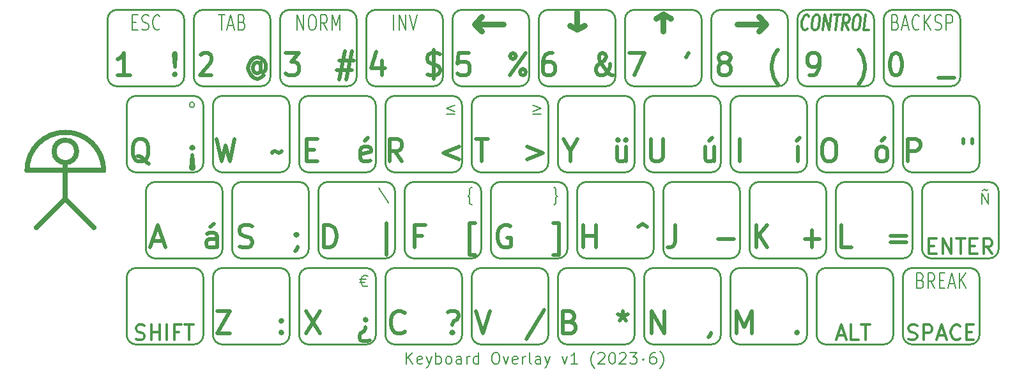
<source format=gto>
G04 #@! TF.GenerationSoftware,KiCad,Pcbnew,(5.1.2-1)-1*
G04 #@! TF.CreationDate,2023-07-30T19:34:21+02:00*
G04 #@! TF.ProjectId,overlay5x8,6f766572-6c61-4793-9578-382e6b696361,rev?*
G04 #@! TF.SameCoordinates,Original*
G04 #@! TF.FileFunction,Legend,Top*
G04 #@! TF.FilePolarity,Positive*
%FSLAX46Y46*%
G04 Gerber Fmt 4.6, Leading zero omitted, Abs format (unit mm)*
G04 Created by KiCad (PCBNEW (5.1.2-1)-1) date 2023-07-30 19:34:21*
%MOMM*%
%LPD*%
G04 APERTURE LIST*
%ADD10C,0.500000*%
%ADD11C,0.250000*%
%ADD12C,0.200000*%
%ADD13C,0.350000*%
%ADD14C,0.750000*%
%ADD15C,0.700000*%
%ADD16C,3.302000*%
G04 APERTURE END LIST*
D10*
X120856857Y-128357142D02*
X120856857Y-125357142D01*
X122571142Y-128357142D01*
X122571142Y-125357142D01*
X128714000Y-128214285D02*
X128714000Y-128357142D01*
X128571142Y-128642857D01*
X128428285Y-128785714D01*
D11*
X121158000Y-129794000D02*
G75*
G02X119888000Y-128524000I0J1270000D01*
G01*
X128778000Y-119634000D02*
G75*
G02X130048000Y-120904000I0J-1270000D01*
G01*
X130048000Y-128524000D02*
X130048000Y-120904000D01*
X130048000Y-128524000D02*
G75*
G02X128778000Y-129794000I-1270000J0D01*
G01*
X121158000Y-119634000D02*
X128778000Y-119634000D01*
X119888000Y-120904000D02*
G75*
G02X121158000Y-119634000I1270000J0D01*
G01*
X119888000Y-128524000D02*
X119888000Y-120904000D01*
X121158000Y-129794000D02*
X128778000Y-129794000D01*
D10*
X110069714Y-126785714D02*
X110498285Y-126928571D01*
X110641142Y-127071428D01*
X110784000Y-127357142D01*
X110784000Y-127785714D01*
X110641142Y-128071428D01*
X110498285Y-128214285D01*
X110212571Y-128357142D01*
X109069714Y-128357142D01*
X109069714Y-125357142D01*
X110069714Y-125357142D01*
X110355428Y-125500000D01*
X110498285Y-125642857D01*
X110641142Y-125928571D01*
X110641142Y-126214285D01*
X110498285Y-126500000D01*
X110355428Y-126642857D01*
X110069714Y-126785714D01*
X109069714Y-126785714D01*
X117069714Y-125357142D02*
X117069714Y-126071428D01*
X116355428Y-125785714D02*
X117069714Y-126071428D01*
X117784000Y-125785714D01*
X116641142Y-126642857D02*
X117069714Y-126071428D01*
X117498285Y-126642857D01*
D11*
X109728000Y-129794000D02*
G75*
G02X108458000Y-128524000I0J1270000D01*
G01*
X117348000Y-119634000D02*
G75*
G02X118618000Y-120904000I0J-1270000D01*
G01*
X118618000Y-128524000D02*
X118618000Y-120904000D01*
X118618000Y-128524000D02*
G75*
G02X117348000Y-129794000I-1270000J0D01*
G01*
X109728000Y-119634000D02*
X117348000Y-119634000D01*
X108458000Y-120904000D02*
G75*
G02X109728000Y-119634000I1270000J0D01*
G01*
X108458000Y-128524000D02*
X108458000Y-120904000D01*
X109728000Y-129794000D02*
X117348000Y-129794000D01*
D10*
X97574666Y-125357142D02*
X98508000Y-128357142D01*
X99441333Y-125357142D01*
X106641333Y-125214285D02*
X104241333Y-129071428D01*
D11*
X98298000Y-129794000D02*
G75*
G02X97028000Y-128524000I0J1270000D01*
G01*
X105918000Y-119634000D02*
G75*
G02X107188000Y-120904000I0J-1270000D01*
G01*
X107188000Y-128524000D02*
X107188000Y-120904000D01*
X107188000Y-128524000D02*
G75*
G02X105918000Y-129794000I-1270000J0D01*
G01*
X98298000Y-119634000D02*
X105918000Y-119634000D01*
X97028000Y-120904000D02*
G75*
G02X98298000Y-119634000I1270000J0D01*
G01*
X97028000Y-128524000D02*
X97028000Y-120904000D01*
X98298000Y-129794000D02*
X105918000Y-129794000D01*
D10*
X102148000Y-114070000D02*
X101862285Y-113927142D01*
X101433714Y-113927142D01*
X101005142Y-114070000D01*
X100719428Y-114355714D01*
X100576571Y-114641428D01*
X100433714Y-115212857D01*
X100433714Y-115641428D01*
X100576571Y-116212857D01*
X100719428Y-116498571D01*
X101005142Y-116784285D01*
X101433714Y-116927142D01*
X101719428Y-116927142D01*
X102148000Y-116784285D01*
X102290857Y-116641428D01*
X102290857Y-115641428D01*
X101719428Y-115641428D01*
X107862285Y-117927142D02*
X108576571Y-117927142D01*
X108576571Y-113641428D01*
X107862285Y-113641428D01*
D12*
X107918285Y-111232000D02*
X107989714Y-111232000D01*
X108132571Y-111160571D01*
X108204000Y-111017714D01*
X108204000Y-110303428D01*
X108275428Y-110160571D01*
X108418285Y-110089142D01*
X108275428Y-110017714D01*
X108204000Y-109874857D01*
X108204000Y-109160571D01*
X108132571Y-109017714D01*
X107989714Y-108946285D01*
X107918285Y-108946285D01*
D11*
X100838000Y-118364000D02*
G75*
G02X99568000Y-117094000I0J1270000D01*
G01*
X108458000Y-108204000D02*
G75*
G02X109728000Y-109474000I0J-1270000D01*
G01*
X109728000Y-117094000D02*
X109728000Y-109474000D01*
X109728000Y-117094000D02*
G75*
G02X108458000Y-118364000I-1270000J0D01*
G01*
X100838000Y-108204000D02*
X108458000Y-108204000D01*
X99568000Y-109474000D02*
G75*
G02X100838000Y-108204000I1270000J0D01*
G01*
X99568000Y-117094000D02*
X99568000Y-109474000D01*
X100838000Y-118364000D02*
X108458000Y-118364000D01*
D10*
X111824000Y-116927142D02*
X111824000Y-113927142D01*
X111824000Y-115355714D02*
X113538285Y-115355714D01*
X113538285Y-116927142D02*
X113538285Y-113927142D01*
X119109714Y-114212857D02*
X119681142Y-113784285D01*
X120252571Y-114212857D01*
D11*
X112268000Y-118364000D02*
G75*
G02X110998000Y-117094000I0J1270000D01*
G01*
X119888000Y-108204000D02*
G75*
G02X121158000Y-109474000I0J-1270000D01*
G01*
X121158000Y-117094000D02*
X121158000Y-109474000D01*
X121158000Y-117094000D02*
G75*
G02X119888000Y-118364000I-1270000J0D01*
G01*
X112268000Y-108204000D02*
X119888000Y-108204000D01*
X110998000Y-109474000D02*
G75*
G02X112268000Y-108204000I1270000J0D01*
G01*
X110998000Y-117094000D02*
X110998000Y-109474000D01*
X112268000Y-118364000D02*
X119888000Y-118364000D01*
D10*
X124041333Y-113927142D02*
X124041333Y-116070000D01*
X123908000Y-116498571D01*
X123641333Y-116784285D01*
X123241333Y-116927142D01*
X122974666Y-116927142D01*
X129641333Y-115784285D02*
X131774666Y-115784285D01*
D11*
X123698000Y-118364000D02*
G75*
G02X122428000Y-117094000I0J1270000D01*
G01*
X131318000Y-108204000D02*
G75*
G02X132588000Y-109474000I0J-1270000D01*
G01*
X132588000Y-117094000D02*
X132588000Y-109474000D01*
X132588000Y-117094000D02*
G75*
G02X131318000Y-118364000I-1270000J0D01*
G01*
X123698000Y-108204000D02*
X131318000Y-108204000D01*
X122428000Y-109474000D02*
G75*
G02X123698000Y-108204000I1270000J0D01*
G01*
X122428000Y-117094000D02*
X122428000Y-109474000D01*
X123698000Y-118364000D02*
X131318000Y-118364000D01*
D10*
X134765142Y-116927142D02*
X134765142Y-113927142D01*
X136216571Y-116927142D02*
X135128000Y-115212857D01*
X136216571Y-113927142D02*
X134765142Y-115641428D01*
X141175619Y-115784285D02*
X143110857Y-115784285D01*
X142143238Y-116927142D02*
X142143238Y-114641428D01*
D11*
X135128000Y-118364000D02*
G75*
G02X133858000Y-117094000I0J1270000D01*
G01*
X142748000Y-108204000D02*
G75*
G02X144018000Y-109474000I0J-1270000D01*
G01*
X144018000Y-117094000D02*
X144018000Y-109474000D01*
X144018000Y-117094000D02*
G75*
G02X142748000Y-118364000I-1270000J0D01*
G01*
X135128000Y-108204000D02*
X142748000Y-108204000D01*
X133858000Y-109474000D02*
G75*
G02X135128000Y-108204000I1270000J0D01*
G01*
X133858000Y-117094000D02*
X133858000Y-109474000D01*
X135128000Y-118364000D02*
X142748000Y-118364000D01*
D10*
X147368000Y-116927142D02*
X146034666Y-116927142D01*
X146034666Y-113927142D01*
X152568000Y-115355714D02*
X154701333Y-115355714D01*
X154701333Y-116212857D02*
X152568000Y-116212857D01*
D11*
X146558000Y-118364000D02*
G75*
G02X145288000Y-117094000I0J1270000D01*
G01*
X154178000Y-108204000D02*
G75*
G02X155448000Y-109474000I0J-1270000D01*
G01*
X155448000Y-117094000D02*
X155448000Y-109474000D01*
X155448000Y-117094000D02*
G75*
G02X154178000Y-118364000I-1270000J0D01*
G01*
X146558000Y-108204000D02*
X154178000Y-108204000D01*
X145288000Y-109474000D02*
G75*
G02X146558000Y-108204000I1270000J0D01*
G01*
X145288000Y-117094000D02*
X145288000Y-109474000D01*
X146558000Y-118364000D02*
X154178000Y-118364000D01*
D13*
X157655142Y-116697142D02*
X158321809Y-116697142D01*
X158607523Y-117744761D02*
X157655142Y-117744761D01*
X157655142Y-115744761D01*
X158607523Y-115744761D01*
X159464666Y-117744761D02*
X159464666Y-115744761D01*
X160607523Y-117744761D01*
X160607523Y-115744761D01*
X161274190Y-115744761D02*
X162417047Y-115744761D01*
X161845619Y-117744761D02*
X161845619Y-115744761D01*
X163083714Y-116697142D02*
X163750380Y-116697142D01*
X164036095Y-117744761D02*
X163083714Y-117744761D01*
X163083714Y-115744761D01*
X164036095Y-115744761D01*
X166036095Y-117744761D02*
X165369428Y-116792380D01*
X164893238Y-117744761D02*
X164893238Y-115744761D01*
X165655142Y-115744761D01*
X165845619Y-115840000D01*
X165940857Y-115935238D01*
X166036095Y-116125714D01*
X166036095Y-116411428D01*
X165940857Y-116601904D01*
X165845619Y-116697142D01*
X165655142Y-116792380D01*
X164893238Y-116792380D01*
D12*
X164671428Y-111168571D02*
X164671428Y-109668571D01*
X165528571Y-111168571D01*
X165528571Y-109668571D01*
X164742857Y-109311428D02*
X164814285Y-109240000D01*
X164957142Y-109168571D01*
X165242857Y-109311428D01*
X165385714Y-109240000D01*
X165457142Y-109168571D01*
D11*
X157988000Y-118364000D02*
G75*
G02X156718000Y-117094000I0J1270000D01*
G01*
X165608000Y-108204000D02*
G75*
G02X166878000Y-109474000I0J-1270000D01*
G01*
X166878000Y-117094000D02*
X166878000Y-109474000D01*
X166878000Y-117094000D02*
G75*
G02X165608000Y-118364000I-1270000J0D01*
G01*
X157988000Y-108204000D02*
X165608000Y-108204000D01*
X156718000Y-109474000D02*
G75*
G02X157988000Y-108204000I1270000J0D01*
G01*
X156718000Y-117094000D02*
X156718000Y-109474000D01*
X157988000Y-118364000D02*
X165608000Y-118364000D01*
D13*
X154924666Y-129079523D02*
X155210380Y-129174761D01*
X155686571Y-129174761D01*
X155877047Y-129079523D01*
X155972285Y-128984285D01*
X156067523Y-128793809D01*
X156067523Y-128603333D01*
X155972285Y-128412857D01*
X155877047Y-128317619D01*
X155686571Y-128222380D01*
X155305619Y-128127142D01*
X155115142Y-128031904D01*
X155019904Y-127936666D01*
X154924666Y-127746190D01*
X154924666Y-127555714D01*
X155019904Y-127365238D01*
X155115142Y-127270000D01*
X155305619Y-127174761D01*
X155781809Y-127174761D01*
X156067523Y-127270000D01*
X156924666Y-129174761D02*
X156924666Y-127174761D01*
X157686571Y-127174761D01*
X157877047Y-127270000D01*
X157972285Y-127365238D01*
X158067523Y-127555714D01*
X158067523Y-127841428D01*
X157972285Y-128031904D01*
X157877047Y-128127142D01*
X157686571Y-128222380D01*
X156924666Y-128222380D01*
X158829428Y-128603333D02*
X159781809Y-128603333D01*
X158638952Y-129174761D02*
X159305619Y-127174761D01*
X159972285Y-129174761D01*
X161781809Y-128984285D02*
X161686571Y-129079523D01*
X161400857Y-129174761D01*
X161210380Y-129174761D01*
X160924666Y-129079523D01*
X160734190Y-128889047D01*
X160638952Y-128698571D01*
X160543714Y-128317619D01*
X160543714Y-128031904D01*
X160638952Y-127650952D01*
X160734190Y-127460476D01*
X160924666Y-127270000D01*
X161210380Y-127174761D01*
X161400857Y-127174761D01*
X161686571Y-127270000D01*
X161781809Y-127365238D01*
X162638952Y-128127142D02*
X163305619Y-128127142D01*
X163591333Y-129174761D02*
X162638952Y-129174761D01*
X162638952Y-127174761D01*
X163591333Y-127174761D01*
D12*
X156543714Y-121269142D02*
X156758000Y-121364380D01*
X156829428Y-121459619D01*
X156900857Y-121650095D01*
X156900857Y-121935809D01*
X156829428Y-122126285D01*
X156758000Y-122221523D01*
X156615142Y-122316761D01*
X156043714Y-122316761D01*
X156043714Y-120316761D01*
X156543714Y-120316761D01*
X156686571Y-120412000D01*
X156758000Y-120507238D01*
X156829428Y-120697714D01*
X156829428Y-120888190D01*
X156758000Y-121078666D01*
X156686571Y-121173904D01*
X156543714Y-121269142D01*
X156043714Y-121269142D01*
X158400857Y-122316761D02*
X157900857Y-121364380D01*
X157543714Y-122316761D02*
X157543714Y-120316761D01*
X158115142Y-120316761D01*
X158258000Y-120412000D01*
X158329428Y-120507238D01*
X158400857Y-120697714D01*
X158400857Y-120983428D01*
X158329428Y-121173904D01*
X158258000Y-121269142D01*
X158115142Y-121364380D01*
X157543714Y-121364380D01*
X159043714Y-121269142D02*
X159543714Y-121269142D01*
X159758000Y-122316761D02*
X159043714Y-122316761D01*
X159043714Y-120316761D01*
X159758000Y-120316761D01*
X160329428Y-121745333D02*
X161043714Y-121745333D01*
X160186571Y-122316761D02*
X160686571Y-120316761D01*
X161186571Y-122316761D01*
X161686571Y-122316761D02*
X161686571Y-120316761D01*
X162543714Y-122316761D02*
X161900857Y-121173904D01*
X162543714Y-120316761D02*
X161686571Y-121459619D01*
D11*
X155448000Y-129794000D02*
G75*
G02X154178000Y-128524000I0J1270000D01*
G01*
X163068000Y-119634000D02*
G75*
G02X164338000Y-120904000I0J-1270000D01*
G01*
X164338000Y-128524000D02*
X164338000Y-120904000D01*
X164338000Y-128524000D02*
G75*
G02X163068000Y-129794000I-1270000J0D01*
G01*
X155448000Y-119634000D02*
X163068000Y-119634000D01*
X154178000Y-120904000D02*
G75*
G02X155448000Y-119634000I1270000J0D01*
G01*
X154178000Y-128524000D02*
X154178000Y-120904000D01*
X155448000Y-129794000D02*
X163068000Y-129794000D01*
D13*
X145526380Y-128603333D02*
X146478761Y-128603333D01*
X145335904Y-129174761D02*
X146002571Y-127174761D01*
X146669238Y-129174761D01*
X148288285Y-129174761D02*
X147335904Y-129174761D01*
X147335904Y-127174761D01*
X148669238Y-127174761D02*
X149812095Y-127174761D01*
X149240666Y-129174761D02*
X149240666Y-127174761D01*
D11*
X144018000Y-129794000D02*
G75*
G02X142748000Y-128524000I0J1270000D01*
G01*
X151638000Y-119634000D02*
G75*
G02X152908000Y-120904000I0J-1270000D01*
G01*
X152908000Y-128524000D02*
X152908000Y-120904000D01*
X152908000Y-128524000D02*
G75*
G02X151638000Y-129794000I-1270000J0D01*
G01*
X144018000Y-119634000D02*
X151638000Y-119634000D01*
X142748000Y-120904000D02*
G75*
G02X144018000Y-119634000I1270000J0D01*
G01*
X142748000Y-128524000D02*
X142748000Y-120904000D01*
X144018000Y-129794000D02*
X151638000Y-129794000D01*
D10*
X154789714Y-105497142D02*
X154789714Y-102497142D01*
X155932571Y-102497142D01*
X156218285Y-102640000D01*
X156361142Y-102782857D01*
X156504000Y-103068571D01*
X156504000Y-103497142D01*
X156361142Y-103782857D01*
X156218285Y-103925714D01*
X155932571Y-104068571D01*
X154789714Y-104068571D01*
X162218285Y-102497142D02*
X162218285Y-103068571D01*
X163361142Y-102497142D02*
X163361142Y-103068571D01*
D11*
X155448000Y-106934000D02*
G75*
G02X154178000Y-105664000I0J1270000D01*
G01*
X163068000Y-96774000D02*
G75*
G02X164338000Y-98044000I0J-1270000D01*
G01*
X164338000Y-105664000D02*
X164338000Y-98044000D01*
X164338000Y-105664000D02*
G75*
G02X163068000Y-106934000I-1270000J0D01*
G01*
X155448000Y-96774000D02*
X163068000Y-96774000D01*
X154178000Y-98044000D02*
G75*
G02X155448000Y-96774000I1270000J0D01*
G01*
X154178000Y-105664000D02*
X154178000Y-98044000D01*
X155448000Y-106934000D02*
X163068000Y-106934000D01*
D10*
X132531333Y-105497142D02*
X132531333Y-102497142D01*
X140264666Y-105497142D02*
X140264666Y-103497142D01*
X140531333Y-102354285D02*
X140131333Y-102782857D01*
D11*
X132588000Y-106934000D02*
G75*
G02X131318000Y-105664000I0J1270000D01*
G01*
X140208000Y-96774000D02*
G75*
G02X141478000Y-98044000I0J-1270000D01*
G01*
X141478000Y-105664000D02*
X141478000Y-98044000D01*
X141478000Y-105664000D02*
G75*
G02X140208000Y-106934000I-1270000J0D01*
G01*
X132588000Y-96774000D02*
X140208000Y-96774000D01*
X131318000Y-98044000D02*
G75*
G02X132588000Y-96774000I1270000J0D01*
G01*
X131318000Y-105664000D02*
X131318000Y-98044000D01*
X132588000Y-106934000D02*
X140208000Y-106934000D01*
D10*
X120768000Y-102497142D02*
X120768000Y-104925714D01*
X120901333Y-105211428D01*
X121034666Y-105354285D01*
X121301333Y-105497142D01*
X121834666Y-105497142D01*
X122101333Y-105354285D01*
X122234666Y-105211428D01*
X122368000Y-104925714D01*
X122368000Y-102497142D01*
X129168000Y-103497142D02*
X129168000Y-105497142D01*
X127968000Y-103497142D02*
X127968000Y-105068571D01*
X128101333Y-105354285D01*
X128368000Y-105497142D01*
X128768000Y-105497142D01*
X129034666Y-105354285D01*
X129168000Y-105211428D01*
X128901333Y-102354285D02*
X128501333Y-102782857D01*
D11*
X121158000Y-106934000D02*
G75*
G02X119888000Y-105664000I0J1270000D01*
G01*
X128778000Y-96774000D02*
G75*
G02X130048000Y-98044000I0J-1270000D01*
G01*
X130048000Y-105664000D02*
X130048000Y-98044000D01*
X130048000Y-105664000D02*
G75*
G02X128778000Y-106934000I-1270000J0D01*
G01*
X121158000Y-96774000D02*
X128778000Y-96774000D01*
X119888000Y-98044000D02*
G75*
G02X121158000Y-96774000I1270000J0D01*
G01*
X119888000Y-105664000D02*
X119888000Y-98044000D01*
X121158000Y-106934000D02*
X128778000Y-106934000D01*
D10*
X144161333Y-102497142D02*
X144694666Y-102497142D01*
X144961333Y-102640000D01*
X145228000Y-102925714D01*
X145361333Y-103497142D01*
X145361333Y-104497142D01*
X145228000Y-105068571D01*
X144961333Y-105354285D01*
X144694666Y-105497142D01*
X144161333Y-105497142D01*
X143894666Y-105354285D01*
X143628000Y-105068571D01*
X143494666Y-104497142D01*
X143494666Y-103497142D01*
X143628000Y-102925714D01*
X143894666Y-102640000D01*
X144161333Y-102497142D01*
X151228000Y-105497142D02*
X150961333Y-105354285D01*
X150828000Y-105211428D01*
X150694666Y-104925714D01*
X150694666Y-104068571D01*
X150828000Y-103782857D01*
X150961333Y-103640000D01*
X151228000Y-103497142D01*
X151628000Y-103497142D01*
X151894666Y-103640000D01*
X152028000Y-103782857D01*
X152161333Y-104068571D01*
X152161333Y-104925714D01*
X152028000Y-105211428D01*
X151894666Y-105354285D01*
X151628000Y-105497142D01*
X151228000Y-105497142D01*
X151761333Y-102354285D02*
X151361333Y-102782857D01*
D11*
X144018000Y-106934000D02*
G75*
G02X142748000Y-105664000I0J1270000D01*
G01*
X151638000Y-96774000D02*
G75*
G02X152908000Y-98044000I0J-1270000D01*
G01*
X152908000Y-105664000D02*
X152908000Y-98044000D01*
X152908000Y-105664000D02*
G75*
G02X151638000Y-106934000I-1270000J0D01*
G01*
X144018000Y-96774000D02*
X151638000Y-96774000D01*
X142748000Y-98044000D02*
G75*
G02X144018000Y-96774000I1270000J0D01*
G01*
X142748000Y-105664000D02*
X142748000Y-98044000D01*
X144018000Y-106934000D02*
X151638000Y-106934000D01*
D10*
X110138000Y-104068571D02*
X110138000Y-105497142D01*
X109204666Y-102497142D02*
X110138000Y-104068571D01*
X111071333Y-102497142D01*
X117471333Y-103497142D02*
X117471333Y-105497142D01*
X116271333Y-103497142D02*
X116271333Y-105068571D01*
X116404666Y-105354285D01*
X116671333Y-105497142D01*
X117071333Y-105497142D01*
X117338000Y-105354285D01*
X117471333Y-105211428D01*
X116404666Y-102497142D02*
X116538000Y-102640000D01*
X116404666Y-102782857D01*
X116271333Y-102640000D01*
X116404666Y-102497142D01*
X116404666Y-102782857D01*
X117471333Y-102497142D02*
X117604666Y-102640000D01*
X117471333Y-102782857D01*
X117338000Y-102640000D01*
X117471333Y-102497142D01*
X117471333Y-102782857D01*
D11*
X109728000Y-106934000D02*
G75*
G02X108458000Y-105664000I0J1270000D01*
G01*
X117348000Y-96774000D02*
G75*
G02X118618000Y-98044000I0J-1270000D01*
G01*
X118618000Y-105664000D02*
X118618000Y-98044000D01*
X118618000Y-105664000D02*
G75*
G02X117348000Y-106934000I-1270000J0D01*
G01*
X109728000Y-96774000D02*
X117348000Y-96774000D01*
X108458000Y-98044000D02*
G75*
G02X109728000Y-96774000I1270000J0D01*
G01*
X108458000Y-105664000D02*
X108458000Y-98044000D01*
X109728000Y-106934000D02*
X117348000Y-106934000D01*
X140208000Y-119634000D02*
G75*
G02X141478000Y-120904000I0J-1270000D01*
G01*
X141478000Y-128524000D02*
X141478000Y-120904000D01*
X131318000Y-128524000D02*
X131318000Y-120904000D01*
X132588000Y-119634000D02*
X140208000Y-119634000D01*
X131318000Y-120904000D02*
G75*
G02X132588000Y-119634000I1270000J0D01*
G01*
X132588000Y-129794000D02*
G75*
G02X131318000Y-128524000I0J1270000D01*
G01*
X132588000Y-129794000D02*
X140208000Y-129794000D01*
X141478000Y-128524000D02*
G75*
G02X140208000Y-129794000I-1270000J0D01*
G01*
D10*
X132144000Y-128357142D02*
X132144000Y-125357142D01*
X133144000Y-127500000D01*
X134144000Y-125357142D01*
X134144000Y-128357142D01*
X140144000Y-128071428D02*
X140286857Y-128214285D01*
X140144000Y-128357142D01*
X140001142Y-128214285D01*
X140144000Y-128071428D01*
X140144000Y-128357142D01*
D11*
X152908000Y-95504000D02*
X160528000Y-95504000D01*
X161798000Y-94234000D02*
X161798000Y-86614000D01*
D10*
X153130666Y-91067142D02*
X153397333Y-91067142D01*
X153664000Y-91210000D01*
X153797333Y-91352857D01*
X153930666Y-91638571D01*
X154064000Y-92210000D01*
X154064000Y-92924285D01*
X153930666Y-93495714D01*
X153797333Y-93781428D01*
X153664000Y-93924285D01*
X153397333Y-94067142D01*
X153130666Y-94067142D01*
X152864000Y-93924285D01*
X152730666Y-93781428D01*
X152597333Y-93495714D01*
X152464000Y-92924285D01*
X152464000Y-92210000D01*
X152597333Y-91638571D01*
X152730666Y-91352857D01*
X152864000Y-91210000D01*
X153130666Y-91067142D01*
X158864000Y-94352857D02*
X160997333Y-94352857D01*
D11*
X151638000Y-86614000D02*
G75*
G02X152908000Y-85344000I1270000J0D01*
G01*
X151638000Y-94234000D02*
X151638000Y-86614000D01*
X152908000Y-85344000D02*
X160528000Y-85344000D01*
X160528000Y-85344000D02*
G75*
G02X161798000Y-86614000I0J-1270000D01*
G01*
X152908000Y-95504000D02*
G75*
G02X151638000Y-94234000I0J1270000D01*
G01*
X161798000Y-94234000D02*
G75*
G02X160528000Y-95504000I-1270000J0D01*
G01*
D12*
X153218000Y-86979142D02*
X153432285Y-87074380D01*
X153503714Y-87169619D01*
X153575142Y-87360095D01*
X153575142Y-87645809D01*
X153503714Y-87836285D01*
X153432285Y-87931523D01*
X153289428Y-88026761D01*
X152718000Y-88026761D01*
X152718000Y-86026761D01*
X153218000Y-86026761D01*
X153360857Y-86122000D01*
X153432285Y-86217238D01*
X153503714Y-86407714D01*
X153503714Y-86598190D01*
X153432285Y-86788666D01*
X153360857Y-86883904D01*
X153218000Y-86979142D01*
X152718000Y-86979142D01*
X154146571Y-87455333D02*
X154860857Y-87455333D01*
X154003714Y-88026761D02*
X154503714Y-86026761D01*
X155003714Y-88026761D01*
X156360857Y-87836285D02*
X156289428Y-87931523D01*
X156075142Y-88026761D01*
X155932285Y-88026761D01*
X155718000Y-87931523D01*
X155575142Y-87741047D01*
X155503714Y-87550571D01*
X155432285Y-87169619D01*
X155432285Y-86883904D01*
X155503714Y-86502952D01*
X155575142Y-86312476D01*
X155718000Y-86122000D01*
X155932285Y-86026761D01*
X156075142Y-86026761D01*
X156289428Y-86122000D01*
X156360857Y-86217238D01*
X157003714Y-88026761D02*
X157003714Y-86026761D01*
X157860857Y-88026761D02*
X157218000Y-86883904D01*
X157860857Y-86026761D02*
X157003714Y-87169619D01*
X158432285Y-87931523D02*
X158646571Y-88026761D01*
X159003714Y-88026761D01*
X159146571Y-87931523D01*
X159218000Y-87836285D01*
X159289428Y-87645809D01*
X159289428Y-87455333D01*
X159218000Y-87264857D01*
X159146571Y-87169619D01*
X159003714Y-87074380D01*
X158718000Y-86979142D01*
X158575142Y-86883904D01*
X158503714Y-86788666D01*
X158432285Y-86598190D01*
X158432285Y-86407714D01*
X158503714Y-86217238D01*
X158575142Y-86122000D01*
X158718000Y-86026761D01*
X159075142Y-86026761D01*
X159289428Y-86122000D01*
X159932285Y-88026761D02*
X159932285Y-86026761D01*
X160503714Y-86026761D01*
X160646571Y-86122000D01*
X160718000Y-86217238D01*
X160789428Y-86407714D01*
X160789428Y-86693428D01*
X160718000Y-86883904D01*
X160646571Y-86979142D01*
X160503714Y-87074380D01*
X159932285Y-87074380D01*
D11*
X141478000Y-95504000D02*
X149098000Y-95504000D01*
X150368000Y-94234000D02*
X150368000Y-86614000D01*
D10*
X141815000Y-94067142D02*
X142348333Y-94067142D01*
X142615000Y-93924285D01*
X142748333Y-93781428D01*
X143015000Y-93352857D01*
X143148333Y-92781428D01*
X143148333Y-91638571D01*
X143015000Y-91352857D01*
X142881666Y-91210000D01*
X142615000Y-91067142D01*
X142081666Y-91067142D01*
X141815000Y-91210000D01*
X141681666Y-91352857D01*
X141548333Y-91638571D01*
X141548333Y-92352857D01*
X141681666Y-92638571D01*
X141815000Y-92781428D01*
X142081666Y-92924285D01*
X142615000Y-92924285D01*
X142881666Y-92781428D01*
X143015000Y-92638571D01*
X143148333Y-92352857D01*
X148348333Y-95210000D02*
X148481666Y-95067142D01*
X148748333Y-94638571D01*
X148881666Y-94352857D01*
X149015000Y-93924285D01*
X149148333Y-93210000D01*
X149148333Y-92638571D01*
X149015000Y-91924285D01*
X148881666Y-91495714D01*
X148748333Y-91210000D01*
X148481666Y-90781428D01*
X148348333Y-90638571D01*
D11*
X140208000Y-86614000D02*
G75*
G02X141478000Y-85344000I1270000J0D01*
G01*
X140208000Y-94234000D02*
X140208000Y-86614000D01*
X141478000Y-85344000D02*
X149098000Y-85344000D01*
X149098000Y-85344000D02*
G75*
G02X150368000Y-86614000I0J-1270000D01*
G01*
X141478000Y-95504000D02*
G75*
G02X140208000Y-94234000I0J1270000D01*
G01*
X150368000Y-94234000D02*
G75*
G02X149098000Y-95504000I-1270000J0D01*
G01*
D13*
X141541110Y-87836285D02*
X141462538Y-87931523D01*
X141250633Y-88026761D01*
X141117300Y-88026761D01*
X140929205Y-87931523D01*
X140819681Y-87741047D01*
X140776824Y-87550571D01*
X140757776Y-87169619D01*
X140793491Y-86883904D01*
X140907776Y-86502952D01*
X140998252Y-86312476D01*
X141155395Y-86122000D01*
X141367300Y-86026761D01*
X141500633Y-86026761D01*
X141688729Y-86122000D01*
X141743491Y-86217238D01*
X142633967Y-86026761D02*
X142900633Y-86026761D01*
X143022062Y-86122000D01*
X143131586Y-86312476D01*
X143150633Y-86693428D01*
X143067300Y-87360095D01*
X142953014Y-87741047D01*
X142795872Y-87931523D01*
X142650633Y-88026761D01*
X142383967Y-88026761D01*
X142262538Y-87931523D01*
X142153014Y-87741047D01*
X142133967Y-87360095D01*
X142217300Y-86693428D01*
X142331586Y-86312476D01*
X142488729Y-86122000D01*
X142633967Y-86026761D01*
X143583967Y-88026761D02*
X143833967Y-86026761D01*
X144383967Y-88026761D01*
X144633967Y-86026761D01*
X145100633Y-86026761D02*
X145900633Y-86026761D01*
X145250633Y-88026761D02*
X145500633Y-86026761D01*
X146917300Y-88026761D02*
X146569681Y-87074380D01*
X146117300Y-88026761D02*
X146367300Y-86026761D01*
X146900633Y-86026761D01*
X147022062Y-86122000D01*
X147076824Y-86217238D01*
X147119681Y-86407714D01*
X147083967Y-86693428D01*
X146993491Y-86883904D01*
X146914919Y-86979142D01*
X146769681Y-87074380D01*
X146236348Y-87074380D01*
X148033967Y-86026761D02*
X148300633Y-86026761D01*
X148422062Y-86122000D01*
X148531586Y-86312476D01*
X148550633Y-86693428D01*
X148467300Y-87360095D01*
X148353014Y-87741047D01*
X148195872Y-87931523D01*
X148050633Y-88026761D01*
X147783967Y-88026761D01*
X147662538Y-87931523D01*
X147553014Y-87741047D01*
X147533967Y-87360095D01*
X147617300Y-86693428D01*
X147731586Y-86312476D01*
X147888729Y-86122000D01*
X148033967Y-86026761D01*
X149650633Y-88026761D02*
X148983967Y-88026761D01*
X149233967Y-86026761D01*
D11*
X130048000Y-95504000D02*
X137668000Y-95504000D01*
X138938000Y-94234000D02*
X138938000Y-86614000D01*
D10*
X130270666Y-92352857D02*
X130004000Y-92210000D01*
X129870666Y-92067142D01*
X129737333Y-91781428D01*
X129737333Y-91638571D01*
X129870666Y-91352857D01*
X130004000Y-91210000D01*
X130270666Y-91067142D01*
X130804000Y-91067142D01*
X131070666Y-91210000D01*
X131204000Y-91352857D01*
X131337333Y-91638571D01*
X131337333Y-91781428D01*
X131204000Y-92067142D01*
X131070666Y-92210000D01*
X130804000Y-92352857D01*
X130270666Y-92352857D01*
X130004000Y-92495714D01*
X129870666Y-92638571D01*
X129737333Y-92924285D01*
X129737333Y-93495714D01*
X129870666Y-93781428D01*
X130004000Y-93924285D01*
X130270666Y-94067142D01*
X130804000Y-94067142D01*
X131070666Y-93924285D01*
X131204000Y-93781428D01*
X131337333Y-93495714D01*
X131337333Y-92924285D01*
X131204000Y-92638571D01*
X131070666Y-92495714D01*
X130804000Y-92352857D01*
X137604000Y-95210000D02*
X137470666Y-95067142D01*
X137204000Y-94638571D01*
X137070666Y-94352857D01*
X136937333Y-93924285D01*
X136804000Y-93210000D01*
X136804000Y-92638571D01*
X136937333Y-91924285D01*
X137070666Y-91495714D01*
X137204000Y-91210000D01*
X137470666Y-90781428D01*
X137604000Y-90638571D01*
D11*
X128778000Y-86614000D02*
G75*
G02X130048000Y-85344000I1270000J0D01*
G01*
X128778000Y-94234000D02*
X128778000Y-86614000D01*
X130048000Y-85344000D02*
X137668000Y-85344000D01*
X137668000Y-85344000D02*
G75*
G02X138938000Y-86614000I0J-1270000D01*
G01*
X130048000Y-95504000D02*
G75*
G02X128778000Y-94234000I0J1270000D01*
G01*
X138938000Y-94234000D02*
G75*
G02X137668000Y-95504000I-1270000J0D01*
G01*
D14*
X132207238Y-87225142D02*
X136016761Y-87225142D01*
X135064380Y-88177523D02*
X136016761Y-87225142D01*
X135064380Y-86272761D01*
D11*
X118618000Y-95504000D02*
X126238000Y-95504000D01*
X127508000Y-94234000D02*
X127508000Y-86614000D01*
D10*
X117920000Y-91067142D02*
X119920000Y-91067142D01*
X118634285Y-94067142D01*
X125777142Y-91067142D02*
X125491428Y-91638571D01*
D11*
X117348000Y-86614000D02*
G75*
G02X118618000Y-85344000I1270000J0D01*
G01*
X117348000Y-94234000D02*
X117348000Y-86614000D01*
X118618000Y-85344000D02*
X126238000Y-85344000D01*
X126238000Y-85344000D02*
G75*
G02X127508000Y-86614000I0J-1270000D01*
G01*
X118618000Y-95504000D02*
G75*
G02X117348000Y-94234000I0J1270000D01*
G01*
X127508000Y-94234000D02*
G75*
G02X126238000Y-95504000I-1270000J0D01*
G01*
D14*
X122428000Y-88225142D02*
X122428000Y-85939428D01*
X121475619Y-86510857D02*
X122428000Y-85939428D01*
X123380380Y-86510857D01*
D11*
X107188000Y-95504000D02*
X114808000Y-95504000D01*
X116078000Y-94234000D02*
X116078000Y-86614000D01*
D10*
X107791666Y-91067142D02*
X107258333Y-91067142D01*
X106991666Y-91210000D01*
X106858333Y-91352857D01*
X106591666Y-91781428D01*
X106458333Y-92352857D01*
X106458333Y-93495714D01*
X106591666Y-93781428D01*
X106725000Y-93924285D01*
X106991666Y-94067142D01*
X107525000Y-94067142D01*
X107791666Y-93924285D01*
X107925000Y-93781428D01*
X108058333Y-93495714D01*
X108058333Y-92781428D01*
X107925000Y-92495714D01*
X107791666Y-92352857D01*
X107525000Y-92210000D01*
X106991666Y-92210000D01*
X106725000Y-92352857D01*
X106591666Y-92495714D01*
X106458333Y-92781428D01*
X115791666Y-94067142D02*
X115658333Y-94067142D01*
X115391666Y-93924285D01*
X114991666Y-93495714D01*
X114325000Y-92638571D01*
X114058333Y-92210000D01*
X113925000Y-91781428D01*
X113925000Y-91495714D01*
X114058333Y-91210000D01*
X114325000Y-91067142D01*
X114458333Y-91067142D01*
X114725000Y-91210000D01*
X114858333Y-91495714D01*
X114858333Y-91638571D01*
X114725000Y-91924285D01*
X114591666Y-92067142D01*
X113791666Y-92638571D01*
X113658333Y-92781428D01*
X113525000Y-93067142D01*
X113525000Y-93495714D01*
X113658333Y-93781428D01*
X113791666Y-93924285D01*
X114058333Y-94067142D01*
X114458333Y-94067142D01*
X114725000Y-93924285D01*
X114858333Y-93781428D01*
X115258333Y-93210000D01*
X115391666Y-92781428D01*
X115391666Y-92495714D01*
D11*
X105918000Y-86614000D02*
G75*
G02X107188000Y-85344000I1270000J0D01*
G01*
X105918000Y-94234000D02*
X105918000Y-86614000D01*
X107188000Y-85344000D02*
X114808000Y-85344000D01*
X114808000Y-85344000D02*
G75*
G02X116078000Y-86614000I0J-1270000D01*
G01*
X107188000Y-95504000D02*
G75*
G02X105918000Y-94234000I0J1270000D01*
G01*
X116078000Y-94234000D02*
G75*
G02X114808000Y-95504000I-1270000J0D01*
G01*
D14*
X110998000Y-85685428D02*
X110998000Y-87971142D01*
X111950380Y-87399714D02*
X110998000Y-87971142D01*
X110045619Y-87399714D01*
D11*
X95758000Y-95504000D02*
X103378000Y-95504000D01*
X104648000Y-94234000D02*
X104648000Y-86614000D01*
D10*
X96628333Y-91067142D02*
X95295000Y-91067142D01*
X95161666Y-92495714D01*
X95295000Y-92352857D01*
X95561666Y-92210000D01*
X96228333Y-92210000D01*
X96495000Y-92352857D01*
X96628333Y-92495714D01*
X96761666Y-92781428D01*
X96761666Y-93495714D01*
X96628333Y-93781428D01*
X96495000Y-93924285D01*
X96228333Y-94067142D01*
X95561666Y-94067142D01*
X95295000Y-93924285D01*
X95161666Y-93781428D01*
X102095000Y-94067142D02*
X104228333Y-91067142D01*
X102495000Y-91067142D02*
X102761666Y-91210000D01*
X102895000Y-91495714D01*
X102761666Y-91781428D01*
X102495000Y-91924285D01*
X102228333Y-91781428D01*
X102095000Y-91495714D01*
X102228333Y-91210000D01*
X102495000Y-91067142D01*
X104095000Y-93924285D02*
X104228333Y-93638571D01*
X104095000Y-93352857D01*
X103828333Y-93210000D01*
X103561666Y-93352857D01*
X103428333Y-93638571D01*
X103561666Y-93924285D01*
X103828333Y-94067142D01*
X104095000Y-93924285D01*
D11*
X94488000Y-86614000D02*
G75*
G02X95758000Y-85344000I1270000J0D01*
G01*
X94488000Y-94234000D02*
X94488000Y-86614000D01*
X95758000Y-85344000D02*
X103378000Y-85344000D01*
X103378000Y-85344000D02*
G75*
G02X104648000Y-86614000I0J-1270000D01*
G01*
X95758000Y-95504000D02*
G75*
G02X94488000Y-94234000I0J1270000D01*
G01*
X104648000Y-94234000D02*
G75*
G02X103378000Y-95504000I-1270000J0D01*
G01*
D14*
X101218761Y-87225142D02*
X97409238Y-87225142D01*
X98361619Y-88177523D02*
X97409238Y-87225142D01*
X98361619Y-86272761D01*
D15*
X43180000Y-110490000D02*
X46990000Y-114300000D01*
X43180000Y-110490000D02*
X39370000Y-114300000D01*
X43180000Y-105664000D02*
X43180000Y-110490000D01*
X38100000Y-106680000D02*
X48260000Y-106680000D01*
X38100000Y-106680000D02*
G75*
G02X48260000Y-106680000I5080000J0D01*
G01*
X44680000Y-104140000D02*
G75*
G03X44680000Y-104140000I-1500000J0D01*
G01*
D11*
X86868000Y-129794000D02*
X94488000Y-129794000D01*
X95758000Y-128524000D02*
X95758000Y-120904000D01*
D10*
X88162142Y-128071428D02*
X88019285Y-128214285D01*
X87590714Y-128357142D01*
X87305000Y-128357142D01*
X86876428Y-128214285D01*
X86590714Y-127928571D01*
X86447857Y-127642857D01*
X86305000Y-127071428D01*
X86305000Y-126642857D01*
X86447857Y-126071428D01*
X86590714Y-125785714D01*
X86876428Y-125500000D01*
X87305000Y-125357142D01*
X87590714Y-125357142D01*
X88019285Y-125500000D01*
X88162142Y-125642857D01*
X94447857Y-128071428D02*
X94590714Y-128214285D01*
X94447857Y-128357142D01*
X94305000Y-128214285D01*
X94447857Y-128071428D01*
X94447857Y-128357142D01*
X93876428Y-125500000D02*
X94162142Y-125357142D01*
X94876428Y-125357142D01*
X95162142Y-125500000D01*
X95305000Y-125785714D01*
X95305000Y-126071428D01*
X95162142Y-126357142D01*
X95019285Y-126500000D01*
X94733571Y-126642857D01*
X94590714Y-126785714D01*
X94447857Y-127071428D01*
X94447857Y-127214285D01*
D11*
X85598000Y-120904000D02*
G75*
G02X86868000Y-119634000I1270000J0D01*
G01*
X85598000Y-128524000D02*
X85598000Y-120904000D01*
X86868000Y-119634000D02*
X94488000Y-119634000D01*
X94488000Y-119634000D02*
G75*
G02X95758000Y-120904000I0J-1270000D01*
G01*
X86868000Y-129794000D02*
G75*
G02X85598000Y-128524000I0J1270000D01*
G01*
X95758000Y-128524000D02*
G75*
G02X94488000Y-129794000I-1270000J0D01*
G01*
X86868000Y-106934000D02*
X94488000Y-106934000D01*
X95758000Y-105664000D02*
X95758000Y-98044000D01*
D10*
X87805000Y-105497142D02*
X86871666Y-104068571D01*
X86205000Y-105497142D02*
X86205000Y-102497142D01*
X87271666Y-102497142D01*
X87538333Y-102640000D01*
X87671666Y-102782857D01*
X87805000Y-103068571D01*
X87805000Y-103497142D01*
X87671666Y-103782857D01*
X87538333Y-103925714D01*
X87271666Y-104068571D01*
X86205000Y-104068571D01*
X95405000Y-103497142D02*
X93271666Y-104354285D01*
X95405000Y-105211428D01*
D11*
X85598000Y-98044000D02*
G75*
G02X86868000Y-96774000I1270000J0D01*
G01*
X85598000Y-105664000D02*
X85598000Y-98044000D01*
X86868000Y-96774000D02*
X94488000Y-96774000D01*
X94488000Y-96774000D02*
G75*
G02X95758000Y-98044000I0J-1270000D01*
G01*
X86868000Y-106934000D02*
G75*
G02X85598000Y-105664000I0J1270000D01*
G01*
X95758000Y-105664000D02*
G75*
G02X94488000Y-106934000I-1270000J0D01*
G01*
D12*
X94805428Y-99159142D02*
X93662571Y-99159142D01*
X94805428Y-98873428D02*
X93662571Y-98444857D01*
X94805428Y-98016285D01*
D11*
X84328000Y-95504000D02*
X91948000Y-95504000D01*
X93218000Y-94234000D02*
X93218000Y-86614000D01*
D10*
X85122142Y-92067142D02*
X85122142Y-94067142D01*
X84407857Y-90924285D02*
X83693571Y-93067142D01*
X85550714Y-93067142D01*
X91122142Y-93924285D02*
X91550714Y-94067142D01*
X92265000Y-94067142D01*
X92550714Y-93924285D01*
X92693571Y-93781428D01*
X92836428Y-93495714D01*
X92836428Y-93210000D01*
X92693571Y-92924285D01*
X92550714Y-92781428D01*
X92265000Y-92638571D01*
X91693571Y-92495714D01*
X91407857Y-92352857D01*
X91265000Y-92210000D01*
X91122142Y-91924285D01*
X91122142Y-91638571D01*
X91265000Y-91352857D01*
X91407857Y-91210000D01*
X91693571Y-91067142D01*
X92407857Y-91067142D01*
X92836428Y-91210000D01*
X91979285Y-90638571D02*
X91979285Y-94495714D01*
D11*
X83058000Y-86614000D02*
G75*
G02X84328000Y-85344000I1270000J0D01*
G01*
X83058000Y-94234000D02*
X83058000Y-86614000D01*
X84328000Y-85344000D02*
X91948000Y-85344000D01*
X91948000Y-85344000D02*
G75*
G02X93218000Y-86614000I0J-1270000D01*
G01*
X84328000Y-95504000D02*
G75*
G02X83058000Y-94234000I0J1270000D01*
G01*
X93218000Y-94234000D02*
G75*
G02X91948000Y-95504000I-1270000J0D01*
G01*
D12*
X86709428Y-88026761D02*
X86709428Y-86026761D01*
X87423714Y-88026761D02*
X87423714Y-86026761D01*
X88280857Y-88026761D01*
X88280857Y-86026761D01*
X88780857Y-86026761D02*
X89280857Y-88026761D01*
X89780857Y-86026761D01*
D11*
X72898000Y-95504000D02*
X80518000Y-95504000D01*
X81788000Y-94234000D02*
X81788000Y-86614000D01*
D10*
X72368333Y-91067142D02*
X74101666Y-91067142D01*
X73168333Y-92210000D01*
X73568333Y-92210000D01*
X73835000Y-92352857D01*
X73968333Y-92495714D01*
X74101666Y-92781428D01*
X74101666Y-93495714D01*
X73968333Y-93781428D01*
X73835000Y-93924285D01*
X73568333Y-94067142D01*
X72768333Y-94067142D01*
X72501666Y-93924285D01*
X72368333Y-93781428D01*
X79435000Y-92067142D02*
X81435000Y-92067142D01*
X80235000Y-90781428D02*
X79435000Y-94638571D01*
X81168333Y-93352857D02*
X79168333Y-93352857D01*
X80368333Y-94638571D02*
X81168333Y-90781428D01*
D11*
X71628000Y-86614000D02*
G75*
G02X72898000Y-85344000I1270000J0D01*
G01*
X71628000Y-94234000D02*
X71628000Y-86614000D01*
X72898000Y-85344000D02*
X80518000Y-85344000D01*
X80518000Y-85344000D02*
G75*
G02X81788000Y-86614000I0J-1270000D01*
G01*
X72898000Y-95504000D02*
G75*
G02X71628000Y-94234000I0J1270000D01*
G01*
X81788000Y-94234000D02*
G75*
G02X80518000Y-95504000I-1270000J0D01*
G01*
D12*
X73886571Y-88026761D02*
X73886571Y-86026761D01*
X74743714Y-88026761D01*
X74743714Y-86026761D01*
X75743714Y-86026761D02*
X76029428Y-86026761D01*
X76172285Y-86122000D01*
X76315142Y-86312476D01*
X76386571Y-86693428D01*
X76386571Y-87360095D01*
X76315142Y-87741047D01*
X76172285Y-87931523D01*
X76029428Y-88026761D01*
X75743714Y-88026761D01*
X75600857Y-87931523D01*
X75458000Y-87741047D01*
X75386571Y-87360095D01*
X75386571Y-86693428D01*
X75458000Y-86312476D01*
X75600857Y-86122000D01*
X75743714Y-86026761D01*
X77886571Y-88026761D02*
X77386571Y-87074380D01*
X77029428Y-88026761D02*
X77029428Y-86026761D01*
X77600857Y-86026761D01*
X77743714Y-86122000D01*
X77815142Y-86217238D01*
X77886571Y-86407714D01*
X77886571Y-86693428D01*
X77815142Y-86883904D01*
X77743714Y-86979142D01*
X77600857Y-87074380D01*
X77029428Y-87074380D01*
X78529428Y-88026761D02*
X78529428Y-86026761D01*
X79029428Y-87455333D01*
X79529428Y-86026761D01*
X79529428Y-88026761D01*
D11*
X75438000Y-106934000D02*
X83058000Y-106934000D01*
X84328000Y-105664000D02*
X84328000Y-98044000D01*
D10*
X75160714Y-103925714D02*
X76160714Y-103925714D01*
X76589285Y-105497142D02*
X75160714Y-105497142D01*
X75160714Y-102497142D01*
X76589285Y-102497142D01*
X83589285Y-105354285D02*
X83303571Y-105497142D01*
X82732142Y-105497142D01*
X82446428Y-105354285D01*
X82303571Y-105068571D01*
X82303571Y-103925714D01*
X82446428Y-103640000D01*
X82732142Y-103497142D01*
X83303571Y-103497142D01*
X83589285Y-103640000D01*
X83732142Y-103925714D01*
X83732142Y-104211428D01*
X82303571Y-104497142D01*
X83303571Y-102354285D02*
X82875000Y-102782857D01*
D11*
X74168000Y-98044000D02*
G75*
G02X75438000Y-96774000I1270000J0D01*
G01*
X74168000Y-105664000D02*
X74168000Y-98044000D01*
X75438000Y-96774000D02*
X83058000Y-96774000D01*
X83058000Y-96774000D02*
G75*
G02X84328000Y-98044000I0J-1270000D01*
G01*
X75438000Y-106934000D02*
G75*
G02X74168000Y-105664000I0J1270000D01*
G01*
X84328000Y-105664000D02*
G75*
G02X83058000Y-106934000I-1270000J0D01*
G01*
X64008000Y-106934000D02*
X71628000Y-106934000D01*
X72898000Y-105664000D02*
X72898000Y-98044000D01*
D10*
X63230666Y-102497142D02*
X63897333Y-105497142D01*
X64430666Y-103354285D01*
X64964000Y-105497142D01*
X65630666Y-102497142D01*
X70564000Y-104354285D02*
X70697333Y-104211428D01*
X70964000Y-104068571D01*
X71497333Y-104354285D01*
X71764000Y-104211428D01*
X71897333Y-104068571D01*
D11*
X62738000Y-98044000D02*
G75*
G02X64008000Y-96774000I1270000J0D01*
G01*
X62738000Y-105664000D02*
X62738000Y-98044000D01*
X64008000Y-96774000D02*
X71628000Y-96774000D01*
X71628000Y-96774000D02*
G75*
G02X72898000Y-98044000I0J-1270000D01*
G01*
X64008000Y-106934000D02*
G75*
G02X62738000Y-105664000I0J1270000D01*
G01*
X72898000Y-105664000D02*
G75*
G02X71628000Y-106934000I-1270000J0D01*
G01*
X61468000Y-95504000D02*
X69088000Y-95504000D01*
X70358000Y-94234000D02*
X70358000Y-86614000D01*
D10*
X61111190Y-91352857D02*
X61232142Y-91210000D01*
X61474047Y-91067142D01*
X62078809Y-91067142D01*
X62320714Y-91210000D01*
X62441666Y-91352857D01*
X62562619Y-91638571D01*
X62562619Y-91924285D01*
X62441666Y-92352857D01*
X60990238Y-94067142D01*
X62562619Y-94067142D01*
X69094047Y-92638571D02*
X68973095Y-92495714D01*
X68731190Y-92352857D01*
X68489285Y-92352857D01*
X68247380Y-92495714D01*
X68126428Y-92638571D01*
X68005476Y-92924285D01*
X68005476Y-93210000D01*
X68126428Y-93495714D01*
X68247380Y-93638571D01*
X68489285Y-93781428D01*
X68731190Y-93781428D01*
X68973095Y-93638571D01*
X69094047Y-93495714D01*
X69094047Y-92352857D02*
X69094047Y-93495714D01*
X69215000Y-93638571D01*
X69335952Y-93638571D01*
X69577857Y-93495714D01*
X69698809Y-93210000D01*
X69698809Y-92495714D01*
X69456904Y-92067142D01*
X69094047Y-91781428D01*
X68610238Y-91638571D01*
X68126428Y-91781428D01*
X67763571Y-92067142D01*
X67521666Y-92495714D01*
X67400714Y-93067142D01*
X67521666Y-93638571D01*
X67763571Y-94067142D01*
X68126428Y-94352857D01*
X68610238Y-94495714D01*
X69094047Y-94352857D01*
X69456904Y-94067142D01*
D11*
X60198000Y-86614000D02*
G75*
G02X61468000Y-85344000I1270000J0D01*
G01*
X60198000Y-94234000D02*
X60198000Y-86614000D01*
X61468000Y-85344000D02*
X69088000Y-85344000D01*
X69088000Y-85344000D02*
G75*
G02X70358000Y-86614000I0J-1270000D01*
G01*
X61468000Y-95504000D02*
G75*
G02X60198000Y-94234000I0J1270000D01*
G01*
X70358000Y-94234000D02*
G75*
G02X69088000Y-95504000I-1270000J0D01*
G01*
D12*
X63456571Y-86026761D02*
X64313714Y-86026761D01*
X63885142Y-88026761D02*
X63885142Y-86026761D01*
X64742285Y-87455333D02*
X65456571Y-87455333D01*
X64599428Y-88026761D02*
X65099428Y-86026761D01*
X65599428Y-88026761D01*
X66599428Y-86979142D02*
X66813714Y-87074380D01*
X66885142Y-87169619D01*
X66956571Y-87360095D01*
X66956571Y-87645809D01*
X66885142Y-87836285D01*
X66813714Y-87931523D01*
X66670857Y-88026761D01*
X66099428Y-88026761D01*
X66099428Y-86026761D01*
X66599428Y-86026761D01*
X66742285Y-86122000D01*
X66813714Y-86217238D01*
X66885142Y-86407714D01*
X66885142Y-86598190D01*
X66813714Y-86788666D01*
X66742285Y-86883904D01*
X66599428Y-86979142D01*
X66099428Y-86979142D01*
D11*
X52578000Y-106934000D02*
X60198000Y-106934000D01*
X61468000Y-105664000D02*
X61468000Y-98044000D01*
D10*
X54276857Y-105782857D02*
X53991142Y-105640000D01*
X53705428Y-105354285D01*
X53276857Y-104925714D01*
X52991142Y-104782857D01*
X52705428Y-104782857D01*
X52848285Y-105497142D02*
X52562571Y-105354285D01*
X52276857Y-105068571D01*
X52134000Y-104497142D01*
X52134000Y-103497142D01*
X52276857Y-102925714D01*
X52562571Y-102640000D01*
X52848285Y-102497142D01*
X53419714Y-102497142D01*
X53705428Y-102640000D01*
X53991142Y-102925714D01*
X54134000Y-103497142D01*
X54134000Y-104497142D01*
X53991142Y-105068571D01*
X53705428Y-105354285D01*
X53419714Y-105497142D01*
X52848285Y-105497142D01*
X59991142Y-103782857D02*
X59848285Y-103640000D01*
X59991142Y-103497142D01*
X60134000Y-103640000D01*
X59991142Y-103782857D01*
X59991142Y-103497142D01*
X59991142Y-104640000D02*
X60134000Y-106354285D01*
X59991142Y-106497142D01*
X59848285Y-106354285D01*
X59991142Y-104640000D01*
X59991142Y-106497142D01*
D11*
X51308000Y-98044000D02*
G75*
G02X52578000Y-96774000I1270000J0D01*
G01*
X51308000Y-105664000D02*
X51308000Y-98044000D01*
X52578000Y-96774000D02*
X60198000Y-96774000D01*
X60198000Y-96774000D02*
G75*
G02X61468000Y-98044000I0J-1270000D01*
G01*
X52578000Y-106934000D02*
G75*
G02X51308000Y-105664000I0J1270000D01*
G01*
X61468000Y-105664000D02*
G75*
G02X60198000Y-106934000I-1270000J0D01*
G01*
D12*
X59872571Y-98302000D02*
X59729714Y-98230571D01*
X59658285Y-98087714D01*
X59658285Y-97802000D01*
X59729714Y-97659142D01*
X59872571Y-97587714D01*
X60015428Y-97587714D01*
X60158285Y-97659142D01*
X60229714Y-97802000D01*
X60229714Y-98087714D01*
X60158285Y-98230571D01*
X60015428Y-98302000D01*
X59872571Y-98302000D01*
D11*
X50038000Y-95504000D02*
X57658000Y-95504000D01*
X58928000Y-94234000D02*
X58928000Y-86614000D01*
D10*
X51832142Y-94067142D02*
X50117857Y-94067142D01*
X50974999Y-94067142D02*
X50974999Y-91067142D01*
X50689285Y-91495714D01*
X50403571Y-91781428D01*
X50117857Y-91924285D01*
X57689285Y-93781428D02*
X57832142Y-93924285D01*
X57689285Y-94067142D01*
X57546428Y-93924285D01*
X57689285Y-93781428D01*
X57689285Y-94067142D01*
X57689285Y-92924285D02*
X57546428Y-91210000D01*
X57689285Y-91067142D01*
X57832142Y-91210000D01*
X57689285Y-92924285D01*
X57689285Y-91067142D01*
D11*
X48768000Y-86614000D02*
G75*
G02X50038000Y-85344000I1270000J0D01*
G01*
X48768000Y-94234000D02*
X48768000Y-86614000D01*
X50038000Y-85344000D02*
X57658000Y-85344000D01*
X57658000Y-85344000D02*
G75*
G02X58928000Y-86614000I0J-1270000D01*
G01*
X50038000Y-95504000D02*
G75*
G02X48768000Y-94234000I0J1270000D01*
G01*
X58928000Y-94234000D02*
G75*
G02X57658000Y-95504000I-1270000J0D01*
G01*
D12*
X52062285Y-86979142D02*
X52562285Y-86979142D01*
X52776571Y-88026761D02*
X52062285Y-88026761D01*
X52062285Y-86026761D01*
X52776571Y-86026761D01*
X53348000Y-87931523D02*
X53562285Y-88026761D01*
X53919428Y-88026761D01*
X54062285Y-87931523D01*
X54133714Y-87836285D01*
X54205142Y-87645809D01*
X54205142Y-87455333D01*
X54133714Y-87264857D01*
X54062285Y-87169619D01*
X53919428Y-87074380D01*
X53633714Y-86979142D01*
X53490857Y-86883904D01*
X53419428Y-86788666D01*
X53348000Y-86598190D01*
X53348000Y-86407714D01*
X53419428Y-86217238D01*
X53490857Y-86122000D01*
X53633714Y-86026761D01*
X53990857Y-86026761D01*
X54205142Y-86122000D01*
X55705142Y-87836285D02*
X55633714Y-87931523D01*
X55419428Y-88026761D01*
X55276571Y-88026761D01*
X55062285Y-87931523D01*
X54919428Y-87741047D01*
X54848000Y-87550571D01*
X54776571Y-87169619D01*
X54776571Y-86883904D01*
X54848000Y-86502952D01*
X54919428Y-86312476D01*
X55062285Y-86122000D01*
X55276571Y-86026761D01*
X55419428Y-86026761D01*
X55633714Y-86122000D01*
X55705142Y-86217238D01*
D11*
X75438000Y-129794000D02*
X83058000Y-129794000D01*
X84328000Y-128524000D02*
X84328000Y-120904000D01*
D10*
X75108333Y-125357142D02*
X76975000Y-128357142D01*
X76975000Y-125357142D02*
X75108333Y-128357142D01*
X82975000Y-126642857D02*
X82841666Y-126500000D01*
X82975000Y-126357142D01*
X83108333Y-126500000D01*
X82975000Y-126642857D01*
X82975000Y-126357142D01*
X83508333Y-129214285D02*
X83241666Y-129357142D01*
X82575000Y-129357142D01*
X82308333Y-129214285D01*
X82175000Y-128928571D01*
X82175000Y-128642857D01*
X82308333Y-128357142D01*
X82441666Y-128214285D01*
X82708333Y-128071428D01*
X82841666Y-127928571D01*
X82975000Y-127642857D01*
X82975000Y-127500000D01*
D11*
X74168000Y-120904000D02*
G75*
G02X75438000Y-119634000I1270000J0D01*
G01*
X74168000Y-128524000D02*
X74168000Y-120904000D01*
X75438000Y-119634000D02*
X83058000Y-119634000D01*
X83058000Y-119634000D02*
G75*
G02X84328000Y-120904000I0J-1270000D01*
G01*
X75438000Y-129794000D02*
G75*
G02X74168000Y-128524000I0J1270000D01*
G01*
X84328000Y-128524000D02*
G75*
G02X83058000Y-129794000I-1270000J0D01*
G01*
D12*
X82196857Y-121519142D02*
X82839714Y-121519142D01*
X82196857Y-121162000D02*
X83054000Y-121162000D01*
X83268285Y-121947714D02*
X83196857Y-122019142D01*
X82982571Y-122090571D01*
X82839714Y-122090571D01*
X82625428Y-122019142D01*
X82482571Y-121876285D01*
X82411142Y-121733428D01*
X82339714Y-121447714D01*
X82339714Y-121233428D01*
X82411142Y-120947714D01*
X82482571Y-120804857D01*
X82625428Y-120662000D01*
X82839714Y-120590571D01*
X82982571Y-120590571D01*
X83196857Y-120662000D01*
X83268285Y-120733428D01*
D11*
X89408000Y-118364000D02*
X97028000Y-118364000D01*
X98298000Y-117094000D02*
X98298000Y-109474000D01*
D10*
X90487857Y-115355714D02*
X89487857Y-115355714D01*
X89487857Y-116927142D02*
X89487857Y-113927142D01*
X90916428Y-113927142D01*
X97487857Y-117927142D02*
X96773571Y-117927142D01*
X96773571Y-113641428D01*
X97487857Y-113641428D01*
D11*
X88138000Y-109474000D02*
G75*
G02X89408000Y-108204000I1270000J0D01*
G01*
X88138000Y-117094000D02*
X88138000Y-109474000D01*
X89408000Y-108204000D02*
X97028000Y-108204000D01*
X97028000Y-108204000D02*
G75*
G02X98298000Y-109474000I0J-1270000D01*
G01*
X89408000Y-118364000D02*
G75*
G02X88138000Y-117094000I0J1270000D01*
G01*
X98298000Y-117094000D02*
G75*
G02X97028000Y-118364000I-1270000J0D01*
G01*
D12*
X97059714Y-111232000D02*
X96988285Y-111232000D01*
X96845428Y-111160571D01*
X96774000Y-111017714D01*
X96774000Y-110303428D01*
X96702571Y-110160571D01*
X96559714Y-110089142D01*
X96702571Y-110017714D01*
X96774000Y-109874857D01*
X96774000Y-109160571D01*
X96845428Y-109017714D01*
X96988285Y-108946285D01*
X97059714Y-108946285D01*
X105092571Y-99159142D02*
X106235428Y-99159142D01*
X105092571Y-98873428D02*
X106235428Y-98444857D01*
X105092571Y-98016285D01*
X84701142Y-109017714D02*
X85986857Y-110946285D01*
D11*
X77978000Y-118364000D02*
X85598000Y-118364000D01*
X86868000Y-117094000D02*
X86868000Y-109474000D01*
D10*
X77415000Y-116927142D02*
X77415000Y-113927142D01*
X78129285Y-113927142D01*
X78557857Y-114070000D01*
X78843571Y-114355714D01*
X78986428Y-114641428D01*
X79129285Y-115212857D01*
X79129285Y-115641428D01*
X78986428Y-116212857D01*
X78843571Y-116498571D01*
X78557857Y-116784285D01*
X78129285Y-116927142D01*
X77415000Y-116927142D01*
X85700714Y-117927142D02*
X85700714Y-113641428D01*
D11*
X76708000Y-109474000D02*
G75*
G02X77978000Y-108204000I1270000J0D01*
G01*
X76708000Y-117094000D02*
X76708000Y-109474000D01*
X77978000Y-108204000D02*
X85598000Y-108204000D01*
X85598000Y-108204000D02*
G75*
G02X86868000Y-109474000I0J-1270000D01*
G01*
X77978000Y-118364000D02*
G75*
G02X76708000Y-117094000I0J1270000D01*
G01*
X86868000Y-117094000D02*
G75*
G02X85598000Y-118364000I-1270000J0D01*
G01*
X66548000Y-118364000D02*
X74168000Y-118364000D01*
X75438000Y-117094000D02*
X75438000Y-109474000D01*
D10*
X66246857Y-116784285D02*
X66675428Y-116927142D01*
X67389714Y-116927142D01*
X67675428Y-116784285D01*
X67818285Y-116641428D01*
X67961142Y-116355714D01*
X67961142Y-116070000D01*
X67818285Y-115784285D01*
X67675428Y-115641428D01*
X67389714Y-115498571D01*
X66818285Y-115355714D01*
X66532571Y-115212857D01*
X66389714Y-115070000D01*
X66246857Y-114784285D01*
X66246857Y-114498571D01*
X66389714Y-114212857D01*
X66532571Y-114070000D01*
X66818285Y-113927142D01*
X67532571Y-113927142D01*
X67961142Y-114070000D01*
X73961142Y-116784285D02*
X73961142Y-116927142D01*
X73818285Y-117212857D01*
X73675428Y-117355714D01*
X73818285Y-115070000D02*
X73961142Y-115212857D01*
X73818285Y-115355714D01*
X73675428Y-115212857D01*
X73818285Y-115070000D01*
X73818285Y-115355714D01*
D11*
X65278000Y-109474000D02*
G75*
G02X66548000Y-108204000I1270000J0D01*
G01*
X65278000Y-117094000D02*
X65278000Y-109474000D01*
X66548000Y-108204000D02*
X74168000Y-108204000D01*
X74168000Y-108204000D02*
G75*
G02X75438000Y-109474000I0J-1270000D01*
G01*
X66548000Y-118364000D02*
G75*
G02X65278000Y-117094000I0J1270000D01*
G01*
X75438000Y-117094000D02*
G75*
G02X74168000Y-118364000I-1270000J0D01*
G01*
X105918000Y-96774000D02*
G75*
G02X107188000Y-98044000I0J-1270000D01*
G01*
X97028000Y-105664000D02*
X97028000Y-98044000D01*
X98298000Y-96774000D02*
X105918000Y-96774000D01*
X98298000Y-106934000D02*
G75*
G02X97028000Y-105664000I0J1270000D01*
G01*
X98298000Y-106934000D02*
X105918000Y-106934000D01*
X107188000Y-105664000D02*
X107188000Y-98044000D01*
X107188000Y-105664000D02*
G75*
G02X105918000Y-106934000I-1270000J0D01*
G01*
X97028000Y-98044000D02*
G75*
G02X98298000Y-96774000I1270000J0D01*
G01*
D10*
X97568333Y-102497142D02*
X99168333Y-102497142D01*
X98368333Y-105497142D02*
X98368333Y-102497142D01*
X104368333Y-103497142D02*
X106501666Y-104354285D01*
X104368333Y-105211428D01*
X63336714Y-125357142D02*
X65030047Y-125357142D01*
X63336714Y-128357142D01*
X65030047Y-128357142D01*
X71803380Y-128071428D02*
X71924333Y-128214285D01*
X71803380Y-128357142D01*
X71682428Y-128214285D01*
X71803380Y-128071428D01*
X71803380Y-128357142D01*
X71803380Y-126500000D02*
X71924333Y-126642857D01*
X71803380Y-126785714D01*
X71682428Y-126642857D01*
X71803380Y-126500000D01*
X71803380Y-126785714D01*
X54697857Y-116070000D02*
X56126428Y-116070000D01*
X54412142Y-116927142D02*
X55412142Y-113927142D01*
X56412142Y-116927142D01*
X63269285Y-116927142D02*
X63269285Y-115355714D01*
X63126428Y-115070000D01*
X62840714Y-114927142D01*
X62269285Y-114927142D01*
X61983571Y-115070000D01*
X63269285Y-116784285D02*
X62983571Y-116927142D01*
X62269285Y-116927142D01*
X61983571Y-116784285D01*
X61840714Y-116498571D01*
X61840714Y-116212857D01*
X61983571Y-115927142D01*
X62269285Y-115784285D01*
X62983571Y-115784285D01*
X63269285Y-115641428D01*
X62840714Y-113784285D02*
X62412142Y-114212857D01*
D13*
X52546714Y-129079523D02*
X52832428Y-129174761D01*
X53308619Y-129174761D01*
X53499095Y-129079523D01*
X53594333Y-128984285D01*
X53689571Y-128793809D01*
X53689571Y-128603333D01*
X53594333Y-128412857D01*
X53499095Y-128317619D01*
X53308619Y-128222380D01*
X52927666Y-128127142D01*
X52737190Y-128031904D01*
X52641952Y-127936666D01*
X52546714Y-127746190D01*
X52546714Y-127555714D01*
X52641952Y-127365238D01*
X52737190Y-127270000D01*
X52927666Y-127174761D01*
X53403857Y-127174761D01*
X53689571Y-127270000D01*
X54546714Y-129174761D02*
X54546714Y-127174761D01*
X54546714Y-128127142D02*
X55689571Y-128127142D01*
X55689571Y-129174761D02*
X55689571Y-127174761D01*
X56641952Y-129174761D02*
X56641952Y-127174761D01*
X58261000Y-128127142D02*
X57594333Y-128127142D01*
X57594333Y-129174761D02*
X57594333Y-127174761D01*
X58546714Y-127174761D01*
X59022904Y-127174761D02*
X60165761Y-127174761D01*
X59594333Y-129174761D02*
X59594333Y-127174761D01*
D11*
X53848000Y-109474000D02*
G75*
G02X55118000Y-108204000I1270000J0D01*
G01*
X64008000Y-117094000D02*
G75*
G02X62738000Y-118364000I-1270000J0D01*
G01*
X64008000Y-117094000D02*
X64008000Y-109474000D01*
X55118000Y-118364000D02*
X62738000Y-118364000D01*
X55118000Y-118364000D02*
G75*
G02X53848000Y-117094000I0J1270000D01*
G01*
X55118000Y-108204000D02*
X62738000Y-108204000D01*
X53848000Y-117094000D02*
X53848000Y-109474000D01*
X62738000Y-108204000D02*
G75*
G02X64008000Y-109474000I0J-1270000D01*
G01*
X62738000Y-120904000D02*
G75*
G02X64008000Y-119634000I1270000J0D01*
G01*
X72898000Y-128524000D02*
G75*
G02X71628000Y-129794000I-1270000J0D01*
G01*
X72898000Y-128524000D02*
X72898000Y-120904000D01*
X64008000Y-129794000D02*
X71628000Y-129794000D01*
X64008000Y-129794000D02*
G75*
G02X62738000Y-128524000I0J1270000D01*
G01*
X64008000Y-119634000D02*
X71628000Y-119634000D01*
X62738000Y-128524000D02*
X62738000Y-120904000D01*
X71628000Y-119634000D02*
G75*
G02X72898000Y-120904000I0J-1270000D01*
G01*
X52578000Y-129794000D02*
X60198000Y-129794000D01*
X52578000Y-129794000D02*
G75*
G02X51308000Y-128524000I0J1270000D01*
G01*
X61468000Y-128524000D02*
G75*
G02X60198000Y-129794000I-1270000J0D01*
G01*
X52578000Y-119634000D02*
X60198000Y-119634000D01*
X60198000Y-119634000D02*
G75*
G02X61468000Y-120904000I0J-1270000D01*
G01*
X51308000Y-120904000D02*
G75*
G02X52578000Y-119634000I1270000J0D01*
G01*
X51308000Y-128524000D02*
X51308000Y-120904000D01*
X61468000Y-128524000D02*
X61468000Y-120904000D01*
D12*
X88374285Y-132377571D02*
X88374285Y-130877571D01*
X89231428Y-132377571D02*
X88588571Y-131520428D01*
X89231428Y-130877571D02*
X88374285Y-131734714D01*
X90445714Y-132306142D02*
X90302857Y-132377571D01*
X90017142Y-132377571D01*
X89874285Y-132306142D01*
X89802857Y-132163285D01*
X89802857Y-131591857D01*
X89874285Y-131449000D01*
X90017142Y-131377571D01*
X90302857Y-131377571D01*
X90445714Y-131449000D01*
X90517142Y-131591857D01*
X90517142Y-131734714D01*
X89802857Y-131877571D01*
X91017142Y-131377571D02*
X91374285Y-132377571D01*
X91731428Y-131377571D02*
X91374285Y-132377571D01*
X91231428Y-132734714D01*
X91160000Y-132806142D01*
X91017142Y-132877571D01*
X92302857Y-132377571D02*
X92302857Y-130877571D01*
X92302857Y-131449000D02*
X92445714Y-131377571D01*
X92731428Y-131377571D01*
X92874285Y-131449000D01*
X92945714Y-131520428D01*
X93017142Y-131663285D01*
X93017142Y-132091857D01*
X92945714Y-132234714D01*
X92874285Y-132306142D01*
X92731428Y-132377571D01*
X92445714Y-132377571D01*
X92302857Y-132306142D01*
X93874285Y-132377571D02*
X93731428Y-132306142D01*
X93660000Y-132234714D01*
X93588571Y-132091857D01*
X93588571Y-131663285D01*
X93660000Y-131520428D01*
X93731428Y-131449000D01*
X93874285Y-131377571D01*
X94088571Y-131377571D01*
X94231428Y-131449000D01*
X94302857Y-131520428D01*
X94374285Y-131663285D01*
X94374285Y-132091857D01*
X94302857Y-132234714D01*
X94231428Y-132306142D01*
X94088571Y-132377571D01*
X93874285Y-132377571D01*
X95660000Y-132377571D02*
X95660000Y-131591857D01*
X95588571Y-131449000D01*
X95445714Y-131377571D01*
X95160000Y-131377571D01*
X95017142Y-131449000D01*
X95660000Y-132306142D02*
X95517142Y-132377571D01*
X95160000Y-132377571D01*
X95017142Y-132306142D01*
X94945714Y-132163285D01*
X94945714Y-132020428D01*
X95017142Y-131877571D01*
X95160000Y-131806142D01*
X95517142Y-131806142D01*
X95660000Y-131734714D01*
X96374285Y-132377571D02*
X96374285Y-131377571D01*
X96374285Y-131663285D02*
X96445714Y-131520428D01*
X96517142Y-131449000D01*
X96660000Y-131377571D01*
X96802857Y-131377571D01*
X97945714Y-132377571D02*
X97945714Y-130877571D01*
X97945714Y-132306142D02*
X97802857Y-132377571D01*
X97517142Y-132377571D01*
X97374285Y-132306142D01*
X97302857Y-132234714D01*
X97231428Y-132091857D01*
X97231428Y-131663285D01*
X97302857Y-131520428D01*
X97374285Y-131449000D01*
X97517142Y-131377571D01*
X97802857Y-131377571D01*
X97945714Y-131449000D01*
X100088571Y-130877571D02*
X100374285Y-130877571D01*
X100517142Y-130949000D01*
X100660000Y-131091857D01*
X100731428Y-131377571D01*
X100731428Y-131877571D01*
X100660000Y-132163285D01*
X100517142Y-132306142D01*
X100374285Y-132377571D01*
X100088571Y-132377571D01*
X99945714Y-132306142D01*
X99802857Y-132163285D01*
X99731428Y-131877571D01*
X99731428Y-131377571D01*
X99802857Y-131091857D01*
X99945714Y-130949000D01*
X100088571Y-130877571D01*
X101231428Y-131377571D02*
X101588571Y-132377571D01*
X101945714Y-131377571D01*
X103088571Y-132306142D02*
X102945714Y-132377571D01*
X102660000Y-132377571D01*
X102517142Y-132306142D01*
X102445714Y-132163285D01*
X102445714Y-131591857D01*
X102517142Y-131449000D01*
X102660000Y-131377571D01*
X102945714Y-131377571D01*
X103088571Y-131449000D01*
X103160000Y-131591857D01*
X103160000Y-131734714D01*
X102445714Y-131877571D01*
X103802857Y-132377571D02*
X103802857Y-131377571D01*
X103802857Y-131663285D02*
X103874285Y-131520428D01*
X103945714Y-131449000D01*
X104088571Y-131377571D01*
X104231428Y-131377571D01*
X104945714Y-132377571D02*
X104802857Y-132306142D01*
X104731428Y-132163285D01*
X104731428Y-130877571D01*
X106160000Y-132377571D02*
X106160000Y-131591857D01*
X106088571Y-131449000D01*
X105945714Y-131377571D01*
X105660000Y-131377571D01*
X105517142Y-131449000D01*
X106160000Y-132306142D02*
X106017142Y-132377571D01*
X105660000Y-132377571D01*
X105517142Y-132306142D01*
X105445714Y-132163285D01*
X105445714Y-132020428D01*
X105517142Y-131877571D01*
X105660000Y-131806142D01*
X106017142Y-131806142D01*
X106160000Y-131734714D01*
X106731428Y-131377571D02*
X107088571Y-132377571D01*
X107445714Y-131377571D02*
X107088571Y-132377571D01*
X106945714Y-132734714D01*
X106874285Y-132806142D01*
X106731428Y-132877571D01*
X109017142Y-131377571D02*
X109374285Y-132377571D01*
X109731428Y-131377571D01*
X111088571Y-132377571D02*
X110231428Y-132377571D01*
X110659999Y-132377571D02*
X110659999Y-130877571D01*
X110517142Y-131091857D01*
X110374285Y-131234714D01*
X110231428Y-131306142D01*
X113302857Y-132949000D02*
X113231428Y-132877571D01*
X113088571Y-132663285D01*
X113017142Y-132520428D01*
X112945714Y-132306142D01*
X112874285Y-131949000D01*
X112874285Y-131663285D01*
X112945714Y-131306142D01*
X113017142Y-131091857D01*
X113088571Y-130949000D01*
X113231428Y-130734714D01*
X113302857Y-130663285D01*
X113802857Y-131020428D02*
X113874285Y-130949000D01*
X114017142Y-130877571D01*
X114374285Y-130877571D01*
X114517142Y-130949000D01*
X114588571Y-131020428D01*
X114659999Y-131163285D01*
X114659999Y-131306142D01*
X114588571Y-131520428D01*
X113731428Y-132377571D01*
X114659999Y-132377571D01*
X115588571Y-130877571D02*
X115731428Y-130877571D01*
X115874285Y-130949000D01*
X115945714Y-131020428D01*
X116017142Y-131163285D01*
X116088571Y-131449000D01*
X116088571Y-131806142D01*
X116017142Y-132091857D01*
X115945714Y-132234714D01*
X115874285Y-132306142D01*
X115731428Y-132377571D01*
X115588571Y-132377571D01*
X115445714Y-132306142D01*
X115374285Y-132234714D01*
X115302857Y-132091857D01*
X115231428Y-131806142D01*
X115231428Y-131449000D01*
X115302857Y-131163285D01*
X115374285Y-131020428D01*
X115445714Y-130949000D01*
X115588571Y-130877571D01*
X116660000Y-131020428D02*
X116731428Y-130949000D01*
X116874285Y-130877571D01*
X117231428Y-130877571D01*
X117374285Y-130949000D01*
X117445714Y-131020428D01*
X117517142Y-131163285D01*
X117517142Y-131306142D01*
X117445714Y-131520428D01*
X116588571Y-132377571D01*
X117517142Y-132377571D01*
X118017142Y-130877571D02*
X118945714Y-130877571D01*
X118445714Y-131449000D01*
X118660000Y-131449000D01*
X118802857Y-131520428D01*
X118874285Y-131591857D01*
X118945714Y-131734714D01*
X118945714Y-132091857D01*
X118874285Y-132234714D01*
X118802857Y-132306142D01*
X118660000Y-132377571D01*
X118231428Y-132377571D01*
X118088571Y-132306142D01*
X118017142Y-132234714D01*
X119802857Y-131734714D02*
X119731428Y-131806142D01*
X119802857Y-131877571D01*
X119874285Y-131806142D01*
X119802857Y-131734714D01*
X119802857Y-131877571D01*
X121374285Y-130877571D02*
X121088571Y-130877571D01*
X120945714Y-130949000D01*
X120874285Y-131020428D01*
X120731428Y-131234714D01*
X120660000Y-131520428D01*
X120660000Y-132091857D01*
X120731428Y-132234714D01*
X120802857Y-132306142D01*
X120945714Y-132377571D01*
X121231428Y-132377571D01*
X121374285Y-132306142D01*
X121445714Y-132234714D01*
X121517142Y-132091857D01*
X121517142Y-131734714D01*
X121445714Y-131591857D01*
X121374285Y-131520428D01*
X121231428Y-131449000D01*
X120945714Y-131449000D01*
X120802857Y-131520428D01*
X120731428Y-131591857D01*
X120660000Y-131734714D01*
X122017142Y-132949000D02*
X122088571Y-132877571D01*
X122231428Y-132663285D01*
X122302857Y-132520428D01*
X122374285Y-132306142D01*
X122445714Y-131949000D01*
X122445714Y-131663285D01*
X122374285Y-131306142D01*
X122302857Y-131091857D01*
X122231428Y-130949000D01*
X122088571Y-130734714D01*
X122017142Y-130663285D01*
%LPC*%
D16*
X41910000Y-125730000D03*
X168910000Y-125730000D03*
X41910000Y-87630000D03*
X168910000Y-87630000D03*
M02*

</source>
